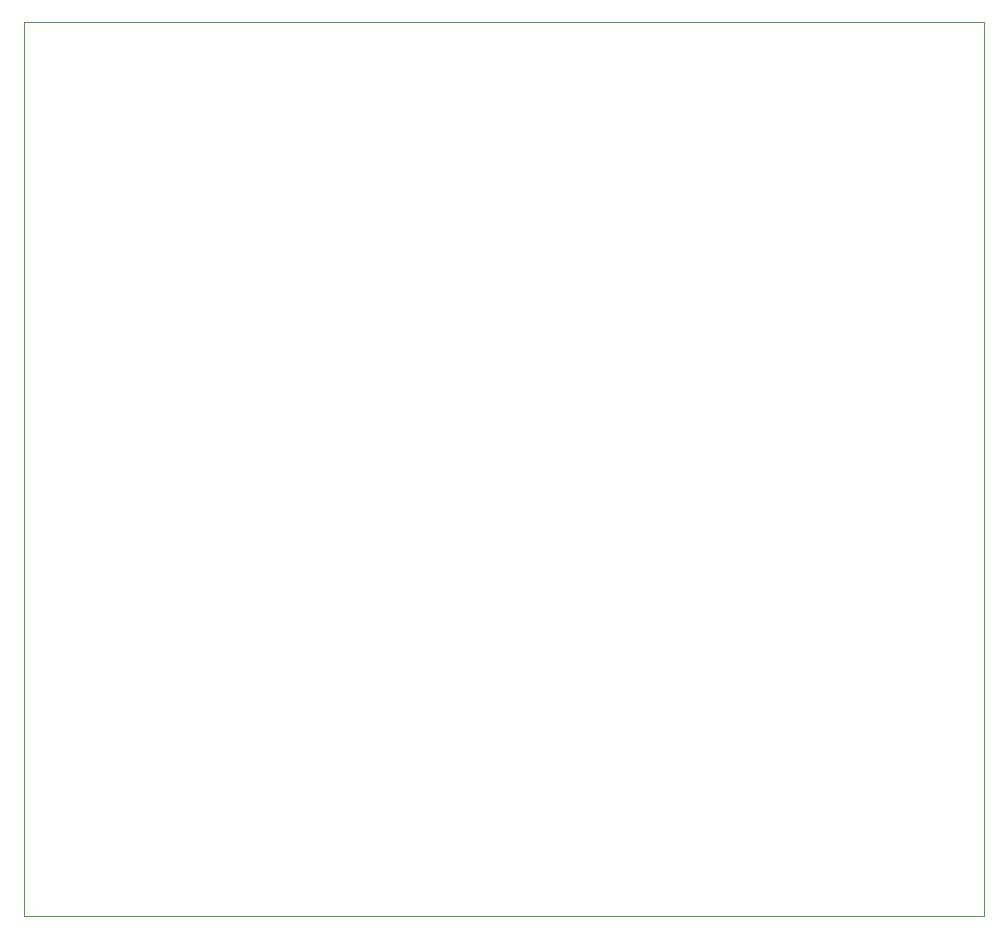
<source format=gm1>
G04 #@! TF.GenerationSoftware,KiCad,Pcbnew,8.0.0*
G04 #@! TF.CreationDate,2024-10-15T09:50:15-05:00*
G04 #@! TF.ProjectId,Rain and Switches Control Board,5261696e-2061-46e6-9420-537769746368,rev?*
G04 #@! TF.SameCoordinates,Original*
G04 #@! TF.FileFunction,Profile,NP*
%FSLAX46Y46*%
G04 Gerber Fmt 4.6, Leading zero omitted, Abs format (unit mm)*
G04 Created by KiCad (PCBNEW 8.0.0) date 2024-10-15 09:50:15*
%MOMM*%
%LPD*%
G01*
G04 APERTURE LIST*
G04 #@! TA.AperFunction,Profile*
%ADD10C,0.050000*%
G04 #@! TD*
G04 APERTURE END LIST*
D10*
X107100000Y-39290000D02*
X188377600Y-39290000D01*
X188377600Y-114980000D01*
X107100000Y-114980000D01*
X107100000Y-39290000D01*
M02*

</source>
